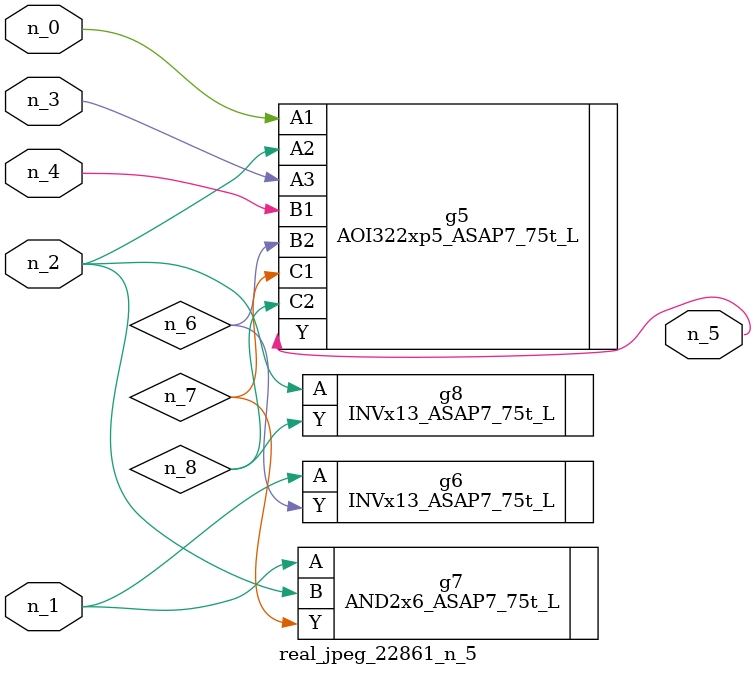
<source format=v>
module real_jpeg_22861_n_5 (n_4, n_0, n_1, n_2, n_3, n_5);

input n_4;
input n_0;
input n_1;
input n_2;
input n_3;

output n_5;

wire n_8;
wire n_6;
wire n_7;

AOI322xp5_ASAP7_75t_L g5 ( 
.A1(n_0),
.A2(n_2),
.A3(n_3),
.B1(n_4),
.B2(n_6),
.C1(n_7),
.C2(n_8),
.Y(n_5)
);

INVx13_ASAP7_75t_L g6 ( 
.A(n_1),
.Y(n_6)
);

AND2x6_ASAP7_75t_L g7 ( 
.A(n_1),
.B(n_2),
.Y(n_7)
);

INVx13_ASAP7_75t_L g8 ( 
.A(n_2),
.Y(n_8)
);


endmodule
</source>
